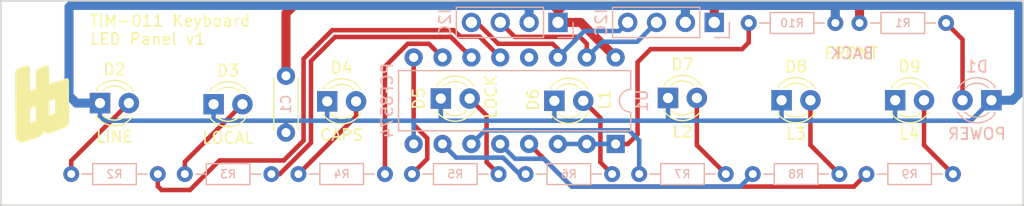
<source format=kicad_pcb>
(kicad_pcb (version 20240108) (generator "pcbnew") (generator_version "8.0")
  (layers (0 "F.Cu" signal) (31 "B.Cu" signal) (34 "B.Paste" user) (35 "F.Paste" user) (36 "B.SilkS" user "B.Silkscreen") (37 "F.SilkS" user "F.Silkscreen") (38 "B.Mask" user) (39 "F.Mask" user) (44 "Edge.Cuts" user))
  (net 0 "")
  (net 1 "+5V")
  (net 2 "GND")
  (net 3 "Net-(D2-A)")
  (net 4 "Net-(D3-A)")
  (net 5 "Net-(D4-A)")
  (net 6 "Net-(D5-A)")
  (net 7 "Net-(D6-A)")
  (net 8 "Net-(D7-A)")
  (net 9 "Net-(D8-A)")
  (net 10 "Net-(D1-A)")
  (net 11 "Net-(D9-A)")
  (net 12 "/LED0")
  (net 13 "/LED1")
  (net 14 "/LED2")
  (net 15 "/LED3")
  (net 16 "/LED4")
  (net 17 "/LED5")
  (net 18 "N_SCL")
  (net 19 "/LED6")
  (net 20 "/LED7")
  (net 21 "Net-(U1-A0)")
  (net 23 "N_SDA")
  (footprint "MountingHole:MountingHole_2.1mm" (layer "F.Cu") (at 42.5 45.5)
    (property "Reference" "H4" (hide yes))
    (property "Value" "MountingHole" (hide yes))
    (pad "" np_thru_hole circle (at 0 0) (size 2.1 2.1) (drill 2.1) (layers "*.Cu" "*.Mask"))
  )
  (footprint "LED_THT:LED_D3.0mm" (layer "F.Cu") (at 48.73 39)
    (property "Reference" "D2" (at 1.27 -2.96 0) (layer "F.SilkS"))
    (property "Value" "LINE" (at 1.27 2.96 0) (layer "F.SilkS"))
    (pad "1" thru_hole rect (at 0 0) (size 1.8 1.8) (drill 0.9) (layers "*.Cu" "*.Mask") (net 2 "GND"))
    (pad "2" thru_hole circle (at 2.54 0) (size 1.8 1.8) (drill 0.9) (layers "*.Cu" "*.Mask") (net 3 "Net-(D2-A)"))
  )
  (footprint "LED_THT:LED_D3.0mm" (layer "F.Cu") (at 88.73 38.8)
    (property "Reference" "D6" (at -1.88 -0.1 90) (layer "F.SilkS"))
    (property "Value" "L1" (at 4.42 -0.1 90) (layer "F.SilkS"))
    (pad "1" thru_hole rect (at 0 0) (size 1.8 1.8) (drill 0.9) (layers "*.Cu" "*.Mask") (net 2 "GND"))
    (pad "2" thru_hole circle (at 2.54 0) (size 1.8 1.8) (drill 0.9) (layers "*.Cu" "*.Mask") (net 7 "Net-(D6-A)"))
  )
  (footprint "LED_THT:LED_D3.0mm" (layer "F.Cu") (at 78.73 38.6)
    (property "Reference" "D5" (at -1.93 0 90) (layer "F.SilkS"))
    (property "Value" "LOCK" (at 4.42 -0.15 90) (layer "F.SilkS"))
    (pad "1" thru_hole rect (at 0 0) (size 1.8 1.8) (drill 0.9) (layers "*.Cu" "*.Mask") (net 2 "GND"))
    (pad "2" thru_hole circle (at 2.54 0) (size 1.8 1.8) (drill 0.9) (layers "*.Cu" "*.Mask") (net 6 "Net-(D5-A)"))
  )
  (footprint "MountingHole:MountingHole_2.1mm" (layer "F.Cu") (at 127.5 45.5)
    (property "Reference" "H5" (hide yes))
    (property "Value" "MountingHole" (hide yes))
    (pad "" np_thru_hole circle (at 0 0) (size 2.1 2.1) (drill 2.1) (layers "*.Cu" "*.Mask"))
  )
  (footprint "MountingHole:MountingHole_2.1mm" (layer "F.Cu") (at 42.5 32.5)
    (property "Reference" "H2" (hide yes))
    (property "Value" "MountingHole" (hide yes))
    (pad "" np_thru_hole circle (at 0 0) (size 2.1 2.1) (drill 2.1) (layers "*.Cu" "*.Mask"))
  )
  (footprint "TIMI2CLEDPanel:BF8" (layer "F.Cu") (at 43.7 39 90)
    (property "Reference" "G1" (hide yes))
    (property "Value" "Board Folk Logo" (hide yes))
  )
  (footprint "LED_THT:LED_D3.0mm" (layer "F.Cu") (at 58.73 39.1)
    (property "Reference" "D3" (at 1.27 -2.96 0) (layer "F.SilkS"))
    (property "Value" "LOCAL" (at 1.27 2.96 0) (layer "F.SilkS"))
    (pad "1" thru_hole rect (at 0 0) (size 1.8 1.8) (drill 0.9) (layers "*.Cu" "*.Mask") (net 2 "GND"))
    (pad "2" thru_hole circle (at 2.54 0) (size 1.8 1.8) (drill 0.9) (layers "*.Cu" "*.Mask") (net 4 "Net-(D3-A)"))
  )
  (footprint "LED_THT:LED_D3.0mm" (layer "F.Cu") (at 68.73 38.85)
    (property "Reference" "D4" (at 1.27 -2.96 0) (layer "F.SilkS"))
    (property "Value" "CAPS" (at 1.27 2.96 0) (layer "F.SilkS"))
    (pad "1" thru_hole rect (at 0 0) (size 1.8 1.8) (drill 0.9) (layers "*.Cu" "*.Mask") (net 2 "GND"))
    (pad "2" thru_hole circle (at 2.54 0) (size 1.8 1.8) (drill 0.9) (layers "*.Cu" "*.Mask") (net 5 "Net-(D4-A)"))
  )
  (footprint "LED_THT:LED_D3.0mm" (layer "F.Cu") (at 118.73 38.75)
    (property "Reference" "D9" (at 1.27 -2.96 0) (layer "F.SilkS"))
    (property "Value" "L4" (at 1.27 2.96 0) (layer "F.SilkS"))
    (pad "1" thru_hole rect (at 0 0) (size 1.8 1.8) (drill 0.9) (layers "*.Cu" "*.Mask") (net 2 "GND"))
    (pad "2" thru_hole circle (at 2.54 0) (size 1.8 1.8) (drill 0.9) (layers "*.Cu" "*.Mask") (net 11 "Net-(D9-A)"))
  )
  (footprint "LED_THT:LED_D3.0mm" (layer "F.Cu") (at 98.73 38.55)
    (property "Reference" "D7" (at 1.27 -2.96 0) (layer "F.SilkS"))
    (property "Value" "L2" (at 1.27 2.96 0) (layer "F.SilkS"))
    (pad "1" thru_hole rect (at 0 0) (size 1.8 1.8) (drill 0.9) (layers "*.Cu" "*.Mask") (net 2 "GND"))
    (pad "2" thru_hole circle (at 2.54 0) (size 1.8 1.8) (drill 0.9) (layers "*.Cu" "*.Mask") (net 8 "Net-(D7-A)"))
  )
  (footprint "MountingHole:MountingHole_2.1mm" (layer "F.Cu") (at 127.5 32.5)
    (property "Reference" "H3" (hide yes))
    (property "Value" "MountingHole" (hide yes))
    (pad "" np_thru_hole circle (at 0 0) (size 2.1 2.1) (drill 2.1) (layers "*.Cu" "*.Mask"))
  )
  (footprint "Capacitor_THT:C_Disc_D4.3mm_W1.9mm_P5.00mm" (layer "F.Cu") (at 65.1 41.6 90)
    (property "Reference" "C1" (hide yes))
    (property "Value" "47nF" (hide yes))
    (fp_text user "${REFERENCE}" (at 2.5 0 90) (layer "B.SilkS") (effects (font (size 0.86 0.86) (thickness 0.129)) (justify mirror)))
    (pad "1" thru_hole circle (at 0 0 90) (size 1.6 1.6) (drill 0.8) (layers "*.Cu" "*.Mask") (net 2 "GND"))
    (pad "2" thru_hole circle (at 5 0 90) (size 1.6 1.6) (drill 0.8) (layers "*.Cu" "*.Mask") (net 1 "+5V"))
  )
  (footprint "LED_THT:LED_D3.0mm" (layer "F.Cu") (at 108.73 38.75)
    (property "Reference" "D8" (at 1.27 -2.96 0) (layer "F.SilkS"))
    (property "Value" "L3" (at 1.27 2.96 0) (layer "F.SilkS"))
    (pad "1" thru_hole rect (at 0 0) (size 1.8 1.8) (drill 0.9) (layers "*.Cu" "*.Mask") (net 2 "GND"))
    (pad "2" thru_hole circle (at 2.54 0) (size 1.8 1.8) (drill 0.9) (layers "*.Cu" "*.Mask") (net 9 "Net-(D8-A)"))
  )
  (footprint "LED_THT:LED_D3.0mm" (layer "B.Cu") (at 127.2 38.75 180)
    (property "Reference" "D1" (at 1.27 2.96 180) (layer "B.SilkS") (effects (justify mirror)))
    (property "Value" "POWER" (at 1.27 -2.96 180) (layer "B.SilkS") (effects (justify mirror)))
    (pad "1" thru_hole rect (at 0 0 180) (size 1.8 1.8) (drill 0.9) (layers "*.Cu" "*.Mask") (net 2 "GND"))
    (pad "2" thru_hole circle (at 2.54 0 180) (size 1.8 1.8) (drill 0.9) (layers "*.Cu" "*.Mask") (net 10 "Net-(D1-A)"))
  )
  (footprint "Resistor_THT:R_Axial_DIN0204_L3.6mm_D1.6mm_P7.62mm_Horizontal" (layer "B.Cu") (at 96.195 45.25)
    (property "Reference" "R7" (hide yes))
    (property "Value" "470R" (hide yes))
    (fp_text user "${REFERENCE}" (at 3.81 0 0) (layer "B.SilkS") (effects (font (size 0.72 0.72) (thickness 0.108)) (justify mirror)))
    (pad "1" thru_hole circle (at 0 0) (size 1.4 1.4) (drill 0.7) (layers "*.Cu" "*.Mask") (net 17 "/LED5"))
    (pad "2" thru_hole oval (at 7.62 0) (size 1.4 1.4) (drill 0.7) (layers "*.Cu" "*.Mask") (net 8 "Net-(D7-A)"))
  )
  (footprint "Connector_PinHeader_2.54mm:PinHeader_1x04_P2.54mm_Vertical" (layer "B.Cu") (at 89.045 31.9 90)
    (property "Reference" "J4" (hide yes))
    (property "Value" "I2C" (at 0 -9.95 -90) (layer "B.SilkS") (effects (justify mirror)))
    (pad "1" thru_hole rect (at 0 0 90) (size 1.7 1.7) (drill 1) (layers "*.Cu" "*.Mask") (net 1 "+5V"))
    (pad "2" thru_hole oval (at 0 -2.54 90) (size 1.7 1.7) (drill 1) (layers "*.Cu" "*.Mask") (net 2 "GND"))
    (pad "3" thru_hole oval (at 0 -5.08 90) (size 1.7 1.7) (drill 1) (layers "*.Cu" "*.Mask") (net 23 "N_SDA"))
    (pad "4" thru_hole oval (at 0 -7.62 90) (size 1.7 1.7) (drill 1) (layers "*.Cu" "*.Mask") (net 18 "N_SCL"))
  )
  (footprint "Resistor_THT:R_Axial_DIN0204_L3.6mm_D1.6mm_P7.62mm_Horizontal" (layer "B.Cu") (at 113.46 31.95 180)
    (property "Reference" "R10" (hide yes))
    (property "Value" "10K" (hide yes))
    (fp_text user "${REFERENCE}" (at 3.81 0 180) (layer "B.SilkS") (effects (font (size 0.72 0.72) (thickness 0.108)) (justify mirror)))
    (pad "1" thru_hole circle (at 0 0 180) (size 1.4 1.4) (drill 0.7) (layers "*.Cu" "*.Mask") (net 2 "GND"))
    (pad "2" thru_hole oval (at 7.62 0 180) (size 1.4 1.4) (drill 0.7) (layers "*.Cu" "*.Mask") (net 21 "Net-(U1-A0)"))
  )
  (footprint "Resistor_THT:R_Axial_DIN0204_L3.6mm_D1.6mm_P7.62mm_Horizontal" (layer "B.Cu") (at 116.195 45.25)
    (property "Reference" "R9" (hide yes))
    (property "Value" "470R" (hide yes))
    (fp_text user "${REFERENCE}" (at 3.81 0 0) (layer "B.SilkS") (effects (font (size 0.72 0.72) (thickness 0.108)) (justify mirror)))
    (pad "1" thru_hole circle (at 0 0) (size 1.4 1.4) (drill 0.7) (layers "*.Cu" "*.Mask") (net 20 "/LED7"))
    (pad "2" thru_hole oval (at 7.62 0) (size 1.4 1.4) (drill 0.7) (layers "*.Cu" "*.Mask") (net 11 "Net-(D9-A)"))
  )
  (footprint "Resistor_THT:R_Axial_DIN0204_L3.6mm_D1.6mm_P7.62mm_Horizontal" (layer "B.Cu") (at 106.195 45.25)
    (property "Reference" "R8" (hide yes))
    (property "Value" "470R" (hide yes))
    (fp_text user "${REFERENCE}" (at 3.81 0 0) (layer "B.SilkS") (effects (font (size 0.72 0.72) (thickness 0.108)) (justify mirror)))
    (pad "1" thru_hole circle (at 0 0) (size 1.4 1.4) (drill 0.7) (layers "*.Cu" "*.Mask") (net 19 "/LED6"))
    (pad "2" thru_hole oval (at 7.62 0) (size 1.4 1.4) (drill 0.7) (layers "*.Cu" "*.Mask") (net 9 "Net-(D8-A)"))
  )
  (footprint "Resistor_THT:R_Axial_DIN0204_L3.6mm_D1.6mm_P7.62mm_Horizontal" (layer "B.Cu") (at 53.815 45.25 180)
    (property "Reference" "R2" (hide yes))
    (property "Value" "470R" (hide yes))
    (fp_text user "${REFERENCE}" (at 3.81 0 180) (layer "B.SilkS") (effects (font (size 0.72 0.72) (thickness 0.108)) (justify mirror)))
    (pad "1" thru_hole circle (at 0 0 180) (size 1.4 1.4) (drill 0.7) (layers "*.Cu" "*.Mask") (net 12 "/LED0"))
    (pad "2" thru_hole oval (at 7.62 0 180) (size 1.4 1.4) (drill 0.7) (layers "*.Cu" "*.Mask") (net 3 "Net-(D2-A)"))
  )
  (footprint "Connector_PinHeader_2.54mm:PinHeader_1x04_P2.54mm_Vertical" (layer "B.Cu") (at 102.8 31.9 90)
    (property "Reference" "J1" (hide yes))
    (property "Value" "I2C" (at 0 -9.95 270) (layer "B.SilkS") (effects (justify mirror)))
    (pad "1" thru_hole rect (at 0 0 90) (size 1.7 1.7) (drill 1) (layers "*.Cu" "*.Mask") (net 1 "+5V"))
    (pad "2" thru_hole oval (at 0 -2.54 90) (size 1.7 1.7) (drill 1) (layers "*.Cu" "*.Mask") (net 2 "GND"))
    (pad "3" thru_hole oval (at 0 -5.08 90) (size 1.7 1.7) (drill 1) (layers "*.Cu" "*.Mask") (net 23 "N_SDA"))
    (pad "4" thru_hole oval (at 0 -7.62 90) (size 1.7 1.7) (drill 1) (layers "*.Cu" "*.Mask") (net 18 "N_SCL"))
  )
  (footprint "Resistor_THT:R_Axial_DIN0204_L3.6mm_D1.6mm_P7.62mm_Horizontal" (layer "B.Cu") (at 115.59 31.95)
    (property "Reference" "R1" (hide yes))
    (property "Value" "1K" (hide yes))
    (fp_text user "${REFERENCE}" (at 3.81 0 0) (layer "B.SilkS") (effects (font (size 0.72 0.72) (thickness 0.108)) (justify mirror)))
    (pad "1" thru_hole circle (at 0 0) (size 1.4 1.4) (drill 0.7) (layers "*.Cu" "*.Mask") (net 1 "+5V"))
    (pad "2" thru_hole oval (at 7.62 0) (size 1.4 1.4) (drill 0.7) (layers "*.Cu" "*.Mask") (net 10 "Net-(D1-A)"))
  )
  (footprint "Resistor_THT:R_Axial_DIN0204_L3.6mm_D1.6mm_P7.62mm_Horizontal" (layer "B.Cu") (at 63.815 45.25 180)
    (property "Reference" "R3" (hide yes))
    (property "Value" "470R" (hide yes))
    (fp_text user "${REFERENCE}" (at 3.81 0 180) (layer "B.SilkS") (effects (font (size 0.72 0.72) (thickness 0.108)) (justify mirror)))
    (pad "1" thru_hole circle (at 0 0 180) (size 1.4 1.4) (drill 0.7) (layers "*.Cu" "*.Mask") (net 13 "/LED1"))
    (pad "2" thru_hole oval (at 7.62 0 180) (size 1.4 1.4) (drill 0.7) (layers "*.Cu" "*.Mask") (net 4 "Net-(D3-A)"))
  )
  (footprint "Resistor_THT:R_Axial_DIN0204_L3.6mm_D1.6mm_P7.62mm_Horizontal" (layer "B.Cu") (at 86.195 45.25)
    (property "Reference" "R6" (hide yes))
    (property "Value" "470R" (hide yes))
    (fp_text user "${REFERENCE}" (at 3.81 0 0) (layer "B.SilkS") (effects (font (size 0.72 0.72) (thickness 0.108)) (justify mirror)))
    (pad "1" thru_hole circle (at 0 0) (size 1.4 1.4) (drill 0.7) (layers "*.Cu" "*.Mask") (net 16 "/LED4"))
    (pad "2" thru_hole oval (at 7.62 0) (size 1.4 1.4) (drill 0.7) (layers "*.Cu" "*.Mask") (net 7 "Net-(D6-A)"))
  )
  (footprint "Package_DIP:DIP-16_W7.62mm" (layer "B.Cu") (at 94.12 42.6 90)
    (property "Reference" "U1" (at 3.81 2.33 -90) (layer "B.SilkS") (effects (justify mirror)))
    (property "Value" "PCF8574" (at 3.81 -20.11 -90) (layer "B.SilkS") (effects (justify mirror)))
    (pad "1" thru_hole rect (at 0 0 90) (size 1.6 1.6) (drill 0.8) (layers "*.Cu" "*.Mask") (net 21 "Net-(U1-A0)"))
    (pad "2" thru_hole oval (at 0 -2.54 90) (size 1.6 1.6) (drill 0.8) (layers "*.Cu" "*.Mask") (net 21 "Net-(U1-A0)"))
    (pad "3" thru_hole oval (at 0 -5.08 90) (size 1.6 1.6) (drill 0.8) (layers "*.Cu" "*.Mask") (net 21 "Net-(U1-A0)"))
    (pad "4" thru_hole oval (at 0 -7.62 90) (size 1.6 1.6) (drill 0.8) (layers "*.Cu" "*.Mask") (net 20 "/LED7"))
    (pad "5" thru_hole oval (at 0 -10.16 90) (size 1.6 1.6) (drill 0.8) (layers "*.Cu" "*.Mask") (net 19 "/LED6"))
    (pad "6" thru_hole oval (at 0 -12.7 90) (size 1.6 1.6) (drill 0.8) (layers "*.Cu" "*.Mask") (net 17 "/LED5"))
    (pad "7" thru_hole oval (at 0 -15.24 90) (size 1.6 1.6) (drill 0.8) (layers "*.Cu" "*.Mask") (net 16 "/LED4"))
    (pad "8" thru_hole oval (at 0 -17.78 90) (size 1.6 1.6) (drill 0.8) (layers "*.Cu" "*.Mask") (net 2 "GND"))
    (pad "9" thru_hole oval (at 7.62 -17.78 90) (size 1.6 1.6) (drill 0.8) (layers "*.Cu" "*.Mask") (net 15 "/LED3"))
    (pad "10" thru_hole oval (at 7.62 -15.24 90) (size 1.6 1.6) (drill 0.8) (layers "*.Cu" "*.Mask") (net 14 "/LED2"))
    (pad "11" thru_hole oval (at 7.62 -12.7 90) (size 1.6 1.6) (drill 0.8) (layers "*.Cu" "*.Mask") (net 13 "/LED1"))
    (pad "12" thru_hole oval (at 7.62 -10.16 90) (size 1.6 1.6) (drill 0.8) (layers "*.Cu" "*.Mask") (net 12 "/LED0"))
    (pad "13" thru_hole oval (at 7.62 -7.62 90) (size 1.6 1.6) (drill 0.8) (layers "*.Cu" "*.Mask"))
    (pad "14" thru_hole oval (at 7.62 -5.08 90) (size 1.6 1.6) (drill 0.8) (layers "*.Cu" "*.Mask") (net 18 "N_SCL"))
    (pad "15" thru_hole oval (at 7.62 -2.54 90) (size 1.6 1.6) (drill 0.8) (layers "*.Cu" "*.Mask") (net 23 "N_SDA"))
    (pad "16" thru_hole oval (at 7.62 0 90) (size 1.6 1.6) (drill 0.8) (layers "*.Cu" "*.Mask") (net 1 "+5V"))
  )
  (footprint "Resistor_THT:R_Axial_DIN0204_L3.6mm_D1.6mm_P7.62mm_Horizontal" (layer "B.Cu") (at 76.195 45.25)
    (property "Reference" "R5" (hide yes))
    (property "Value" "470R" (hide yes))
    (fp_text user "${REFERENCE}" (at 3.81 0 0) (layer "B.SilkS") (effects (font (size 0.72 0.72) (thickness 0.108)) (justify mirror)))
    (pad "1" thru_hole circle (at 0 0) (size 1.4 1.4) (drill 0.7) (layers "*.Cu" "*.Mask") (net 15 "/LED3"))
    (pad "2" thru_hole oval (at 7.62 0) (size 1.4 1.4) (drill 0.7) (layers "*.Cu" "*.Mask") (net 6 "Net-(D5-A)"))
  )
  (footprint "Resistor_THT:R_Axial_DIN0204_L3.6mm_D1.6mm_P7.62mm_Horizontal" (layer "B.Cu") (at 73.815 45.25 180)
    (property "Reference" "R4" (hide yes))
    (property "Value" "470R" (hide yes))
    (fp_text user "${REFERENCE}" (at 3.81 0 180) (layer "B.SilkS") (effects (font (size 0.72 0.72) (thickness 0.108)) (justify mirror)))
    (pad "1" thru_hole circle (at 0 0 180) (size 1.4 1.4) (drill 0.7) (layers "*.Cu" "*.Mask") (net 14 "/LED2"))
    (pad "2" thru_hole oval (at 7.62 0 180) (size 1.4 1.4) (drill 0.7) (layers "*.Cu" "*.Mask") (net 5 "Net-(D4-A)"))
  )
  (gr_rect (start 40 30) (end 130 48) (stroke (width 0.15)) (fill none) (layer "Edge.Cuts"))
  (gr_text "BACK" (at 116.95 35.2 0) (layer "B.SilkS") (effects (font (size 1 1)) (justify left bottom mirror)))
  (gr_text "TIM-011 Keyboard\nLED Panel v1" (at 47.75 33.95 0) (layer "F.SilkS") (effects (font (size 1 1)) (justify left bottom)))
  (gr_text "FRONT" (at 112.414285 35.2 0) (layer "F.SilkS") (effects (font (size 1 1)) (justify left bottom)))
  (segment (start 115.45 30.4) (end 115.59 30.54) (width 0.8) (layer "F.Cu") (net 1))
  (segment (start 89.5 30.4) (end 102.8 30.4) (width 0.8) (layer "F.Cu") (net 1))
  (segment (start 65.1 31.1) (end 65.1 36.6) (width 0.8) (layer "F.Cu") (net 1))
  (segment (start 102.8 30.4) (end 115.45 30.4) (width 0.8) (layer "F.Cu") (net 1))
  (segment (start 89.045 30.795) (end 88.65 30.4) (width 0.8) (layer "F.Cu") (net 1))
  (segment (start 89.045 31.9) (end 89.045 30.855) (width 0.8) (layer "F.Cu") (net 1))
  (segment (start 91.04 31.9) (end 94.12 34.98) (width 0.8) (layer "F.Cu") (net 1))
  (segment (start 102.8 31.9) (end 102.8 30.4) (width 0.8) (layer "F.Cu") (net 1))
  (segment (start 89.045 31.9) (end 91.04 31.9) (width 0.8) (layer "F.Cu") (net 1))
  (segment (start 89.045 30.855) (end 89.5 30.4) (width 0.8) (layer "F.Cu") (net 1))
  (segment (start 65.8 30.4) (end 65.1 31.1) (width 0.8) (layer "F.Cu") (net 1))
  (segment (start 88.65 30.4) (end 65.8 30.4) (width 0.8) (layer "F.Cu") (net 1))
  (segment (start 115.59 30.54) (end 115.59 31.95) (width 0.8) (layer "F.Cu") (net 1))
  (segment (start 89.045 31.9) (end 89.045 30.795) (width 0.8) (layer "F.Cu") (net 1))
  (segment (start 88.73 38.8) (end 88.73 40.52) (width 0.4) (layer "B.Cu") (net 2))
  (segment (start 65.1 40.55) (end 58.75 40.55) (width 0.4) (layer "B.Cu") (net 2))
  (segment (start 98.75 40.55) (end 88.7 40.55) (width 0.4) (layer "B.Cu") (net 2))
  (segment (start 78.73 40.53) (end 78.75 40.55) (width 0.4) (layer "B.Cu") (net 2))
  (segment (start 48.73 40.13) (end 48.73 39) (width 0.4) (layer "B.Cu") (net 2))
  (segment (start 113.46 31.95) (end 113.46 30.41) (width 0.8) (layer "B.Cu") (net 2))
  (segment (start 68.73 40.53) (end 68.75 40.55) (width 0.4) (layer "B.Cu") (net 2))
  (segment (start 129.05 38.75) (end 127.2 38.75) (width 0.8) (layer "B.Cu") (net 2))
  (segment (start 129.6 38.2) (end 129.05 38.75) (width 0.8) (layer "B.Cu") (net 2))
  (segment (start 98.73 38.55) (end 98.73 40.53) (width 0.4) (layer "B.Cu") (net 2))
  (segment (start 76.34 40.56) (end 76.35 40.55) (width 0.4) (layer "B.Cu") (net 2))
  (segment (start 58.73 40.53) (end 58.75 40.55) (width 0.4) (layer "B.Cu") (net 2))
  (segment (start 118.73 38.75) (end 118.73 40.37) (width 0.4) (layer "B.Cu") (net 2))
  (segment (start 78.75 40.55) (end 76.35 40.55) (width 0.4) (layer "B.Cu") (net 2))
  (segment (start 46.15 30.4) (end 46 30.55) (width 0.8) (layer "B.Cu") (net 2))
  (segment (start 100.26 30.49) (end 100.35 30.4) (width 0.8) (layer "B.Cu") (net 2))
  (segment (start 108.73 38.75) (end 108.73 40.53) (width 0.4) (layer "B.Cu") (net 2))
  (segment (start 129.6 30.4) (end 129.6 38.2) (width 0.8) (layer "B.Cu") (net 2))
  (segment (start 100.35 30.4) (end 113.45 30.4) (width 0.8) (layer "B.Cu") (net 2))
  (segment (start 125.4 40.55) (end 118.55 40.55) (width 0.4) (layer "B.Cu") (net 2))
  (segment (start 108.75 40.55) (end 98.75 40.55) (width 0.4) (layer "B.Cu") (net 2))
  (segment (start 86.207081 30.4) (end 46.15 30.4) (width 0.8) (layer "B.Cu") (net 2))
  (segment (start 76.34 42.6) (end 76.34 40.56) (width 0.4) (layer "B.Cu") (net 2))
  (segment (start 58.75 40.55) (end 49.15 40.55) (width 0.4) (layer "B.Cu") (net 2))
  (segment (start 78.73 38.6) (end 78.73 40.53) (width 0.4) (layer "B.Cu") (net 2))
  (segment (start 118.55 40.55) (end 108.75 40.55) (width 0.4) (layer "B.Cu") (net 2))
  (segment (start 100.26 31.9) (end 100.26 30.49) (width 0.8) (layer "B.Cu") (net 2))
  (segment (start 86.505 31.9) (end 86.505 30.697919) (width 0.8) (layer "B.Cu") (net 2))
  (segment (start 98.73 40.53) (end 98.75 40.55) (width 0.4) (layer "B.Cu") (net 2))
  (segment (start 88.73 40.52) (end 88.7 40.55) (width 0.4) (layer "B.Cu") (net 2))
  (segment (start 49.15 40.55) (end 48.73 40.13) (width 0.4) (layer "B.Cu") (net 2))
  (segment (start 76.35 40.55) (end 68.75 40.55) (width 0.4) (layer "B.Cu") (net 2))
  (segment (start 46 38.35) (end 46.65 39) (width 0.8) (layer "B.Cu") (net 2))
  (segment (start 113.45 30.4) (end 129.6 30.4) (width 0.8) (layer "B.Cu") (net 2))
  (segment (start 86.3 30.4) (end 100.35 30.4) (width 0.8) (layer "B.Cu") (net 2))
  (segment (start 127.2 38.75) (end 125.4 40.55) (width 0.4) (layer "B.Cu") (net 2))
  (segment (start 58.73 39.1) (end 58.73 40.53) (width 0.4) (layer "B.Cu") (net 2))
  (segment (start 88.7 40.55) (end 78.75 40.55) (width 0.4) (layer "B.Cu") (net 2))
  (segment (start 108.73 40.53) (end 108.75 40.55) (width 0.4) (layer "B.Cu") (net 2))
  (segment (start 113.46 30.41) (end 113.45 30.4) (width 0.8) (layer "B.Cu") (net 2))
  (segment (start 68.73 38.85) (end 68.73 40.53) (width 0.4) (layer "B.Cu") (net 2))
  (segment (start 46.65 39) (end 48.73 39) (width 0.8) (layer "B.Cu") (net 2))
  (segment (start 68.75 40.55) (end 65.1 40.55) (width 0.4) (layer "B.Cu") (net 2))
  (segment (start 46 30.55) (end 46 38.35) (width 0.8) (layer "B.Cu") (net 2))
  (segment (start 65.1 41.6) (end 65.1 40.55) (width 0.4) (layer "B.Cu") (net 2))
  (segment (start 118.73 40.37) (end 118.55 40.55) (width 0.4) (layer "B.Cu") (net 2))
  (segment (start 46.195 44.075) (end 46.195 45.25) (width 0.4) (layer "F.Cu") (net 3))
  (segment (start 51.27 39) (end 46.195 44.075) (width 0.4) (layer "F.Cu") (net 3))
  (segment (start 56.195 44.175) (end 56.195 45.25) (width 0.4) (layer "F.Cu") (net 4))
  (segment (start 61.27 39.1) (end 56.195 44.175) (width 0.4) (layer "F.Cu") (net 4))
  (segment (start 71.27 38.85) (end 71.27 40.175) (width 0.4) (layer "F.Cu") (net 5))
  (segment (start 71.27 40.175) (end 66.195 45.25) (width 0.4) (layer "F.Cu") (net 5))
  (segment (start 82.76 44.195) (end 83.815 45.25) (width 0.4) (layer "F.Cu") (net 6))
  (segment (start 81.27 38.6) (end 82.76 40.09) (width 0.4) (layer "F.Cu") (net 6))
  (segment (start 82.76 40.09) (end 82.76 44.195) (width 0.4) (layer "F.Cu") (net 6))
  (segment (start 92.78 44.215) (end 93.815 45.25) (width 0.4) (layer "F.Cu") (net 7))
  (segment (start 92.78 40.31) (end 92.78 44.215) (width 0.4) (layer "F.Cu") (net 7))
  (segment (start 91.27 38.8) (end 92.78 40.31) (width 0.4) (layer "F.Cu") (net 7))
  (segment (start 101.27 38.55) (end 101.27 42.705) (width 0.4) (layer "F.Cu") (net 8))
  (segment (start 101.27 42.705) (end 103.815 45.25) (width 0.4) (layer "F.Cu") (net 8))
  (segment (start 111.27 38.75) (end 111.27 42.705) (width 0.4) (layer "F.Cu") (net 9))
  (segment (start 111.27 42.705) (end 113.815 45.25) (width 0.4) (layer "F.Cu") (net 9))
  (segment (start 124.66 38.75) (end 124.66 33.4) (width 0.4) (layer "F.Cu") (net 10))
  (segment (start 124.66 33.4) (end 123.21 31.95) (width 0.4) (layer "F.Cu") (net 10))
  (segment (start 121.27 38.75) (end 121.27 42.705) (width 0.4) (layer "F.Cu") (net 11))
  (segment (start 121.27 42.705) (end 123.815 45.25) (width 0.4) (layer "F.Cu") (net 11))
  (segment (start 82.13 33.15) (end 80.438528 33.15) (width 0.4) (layer "F.Cu") (net 12))
  (segment (start 64.901472 44.05) (end 59.25 44.05) (width 0.4) (layer "F.Cu") (net 12))
  (segment (start 66.65 42.301472) (end 64.901472 44.05) (width 0.4) (layer "F.Cu") (net 12))
  (segment (start 53.815 46.315) (end 53.815 45.25) (width 0.4) (layer "F.Cu") (net 12))
  (segment (start 56.65 46.65) (end 54.15 46.65) (width 0.4) (layer "F.Cu") (net 12))
  (segment (start 83.96 34.98) (end 82.13 33.15) (width 0.4) (layer "F.Cu") (net 12))
  (segment (start 69.171472 32.58) (end 66.65 35.101472) (width 0.4) (layer "F.Cu") (net 12))
  (segment (start 79.868528 32.58) (end 69.171472 32.58) (width 0.4) (layer "F.Cu") (net 12))
  (segment (start 80.438528 33.15) (end 79.868528 32.58) (width 0.4) (layer "F.Cu") (net 12))
  (segment (start 59.25 44.05) (end 56.65 46.65) (width 0.4) (layer "F.Cu") (net 12))
  (segment (start 54.15 46.65) (end 53.815 46.315) (width 0.4) (layer "F.Cu") (net 12))
  (segment (start 66.65 35.101472) (end 66.65 42.301472) (width 0.4) (layer "F.Cu") (net 12))
  (segment (start 67.3 42.5) (end 64.55 45.25) (width 0.4) (layer "F.Cu") (net 13))
  (segment (start 64.55 45.25) (end 63.815 45.25) (width 0.4) (layer "F.Cu") (net 13))
  (segment (start 69.42 33.18) (end 67.3 35.3) (width 0.4) (layer "F.Cu") (net 13))
  (segment (start 67.3 35.3) (end 67.3 42.5) (width 0.4) (layer "F.Cu") (net 13))
  (segment (start 79.62 33.18) (end 69.42 33.18) (width 0.4) (layer "F.Cu") (net 13))
  (segment (start 81.42 34.98) (end 79.62 33.18) (width 0.4) (layer "F.Cu") (net 13))
  (segment (start 78.88 34.98) (end 77.68 33.78) (width 0.4) (layer "F.Cu") (net 14))
  (segment (start 77.68 33.78) (end 75.82 33.78) (width 0.4) (layer "F.Cu") (net 14))
  (segment (start 75.82 33.78) (end 73.815 35.785) (width 0.4) (layer "F.Cu") (net 14))
  (segment (start 73.815 35.785) (end 73.815 45.25) (width 0.4) (layer "F.Cu") (net 14))
  (segment (start 77.54 42.102943) (end 77.54 43.905) (width 0.4) (layer "F.Cu") (net 15))
  (segment (start 77.54 43.905) (end 76.195 45.25) (width 0.4) (layer "F.Cu") (net 15))
  (segment (start 76.34 40.902943) (end 77.54 42.102943) (width 0.4) (layer "F.Cu") (net 15))
  (segment (start 76.34 34.98) (end 76.34 40.902943) (width 0.4) (layer "F.Cu") (net 15))
  (segment (start 80.08 43.8) (end 84.205736 43.8) (width 0.4) (layer "B.Cu") (net 16))
  (segment (start 84.205736 43.8) (end 85.655736 45.25) (width 0.4) (layer "B.Cu") (net 16))
  (segment (start 78.88 42.6) (end 80.08 43.8) (width 0.4) (layer "B.Cu") (net 16))
  (segment (start 85.655736 45.25) (end 86.195 45.25) (width 0.4) (layer "B.Cu") (net 16))
  (segment (start 96.195 42.295) (end 95.3 41.4) (width 0.4) (layer "B.Cu") (net 17))
  (segment (start 82.62 41.4) (end 81.42 42.6) (width 0.4) (layer "B.Cu") (net 17))
  (segment (start 96.195 45.25) (end 96.195 42.295) (width 0.4) (layer "B.Cu") (net 17))
  (segment (start 95.3 41.4) (end 82.62 41.4) (width 0.4) (layer "B.Cu") (net 17))
  (segment (start 83.78 33.78) (end 88.58 33.78) (width 0.4) (layer "F.Cu") (net 18))
  (segment (start 81.9 31.9) (end 83.78 33.78) (width 0.4) (layer "F.Cu") (net 18))
  (segment (start 81.425 31.9) (end 81.9 31.9) (width 0.4) (layer "F.Cu") (net 18))
  (segment (start 89.04 34.24) (end 89.04 34.98) (width 0.4) (layer "F.Cu") (net 18))
  (segment (start 88.58 33.78) (end 89.04 34.24) (width 0.4) (layer "F.Cu") (net 18))
  (segment (start 89.04 34.98) (end 91.37 32.65) (width 0.4) (layer "B.Cu") (net 18))
  (segment (start 94.43 32.65) (end 95.18 31.9) (width 0.4) (layer "B.Cu") (net 18))
  (segment (start 91.37 32.65) (end 94.43 32.65) (width 0.4) (layer "B.Cu") (net 18))
  (segment (start 87.8 43.9) (end 85.26 43.9) (width 0.4) (layer "B.Cu") (net 19))
  (segment (start 105.095 46.35) (end 90.25 46.35) (width 0.4) (layer "B.Cu") (net 19))
  (segment (start 85.26 43.9) (end 83.96 42.6) (width 0.4) (layer "B.Cu") (net 19))
  (segment (start 106.195 45.25) (end 105.095 46.35) (width 0.4) (layer "B.Cu") (net 19))
  (segment (start 90.25 46.35) (end 87.8 43.9) (width 0.4) (layer "B.Cu") (net 19))
  (segment (start 90.25 46.35) (end 86.5 42.6) (width 0.4) (layer "F.Cu") (net 20))
  (segment (start 116.195 45.25) (end 115.095 46.35) (width 0.4) (layer "F.Cu") (net 20))
  (segment (start 115.095 46.35) (end 90.25 46.35) (width 0.4) (layer "F.Cu") (net 20))
  (segment (start 97.2 34.25) (end 105.25 34.25) (width 0.4) (layer "F.Cu") (net 21))
  (segment (start 105.25 34.25) (end 105.84 33.66) (width 0.4) (layer "F.Cu") (net 21))
  (segment (start 96.05 35.4) (end 97.2 34.25) (width 0.4) (layer "F.Cu") (net 21))
  (segment (start 94.12 42.6) (end 95.2 42.6) (width 0.4) (layer "F.Cu") (net 21))
  (segment (start 96.05 41.75) (end 96.05 35.4) (width 0.4) (layer "F.Cu") (net 21))
  (segment (start 95.2 42.6) (end 96.05 41.75) (width 0.4) (layer "F.Cu") (net 21))
  (segment (start 105.84 33.66) (end 105.84 31.95) (width 0.4) (layer "F.Cu") (net 21))
  (segment (start 89.04 42.6) (end 94.12 42.6) (width 0.4) (layer "B.Cu") (net 21))
  (segment (start 85.235685 33.170685) (end 90.970685 33.170685) (width 0.4) (layer "F.Cu") (net 23))
  (segment (start 91.58 33.78) (end 91.58 34.98) (width 0.4) (layer "F.Cu") (net 23))
  (segment (start 83.965 31.9) (end 85.235685 33.170685) (width 0.4) (layer "F.Cu") (net 23))
  (segment (start 90.970685 33.170685) (end 91.58 33.78) (width 0.4) (layer "F.Cu") (net 23))
  (segment (start 91.58 34.98) (end 92.96 33.6) (width 0.4) (layer "B.Cu") (net 23))
  (segment (start 96.02 33.6) (end 97.72 31.9) (width 0.4) (layer "B.Cu") (net 23))
  (segment (start 92.96 33.6) (end 96.02 33.6) (width 0.4) (layer "B.Cu") (net 23))
)
</source>
